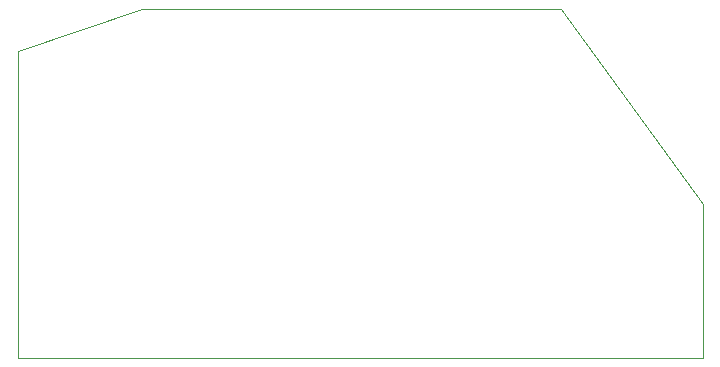
<source format=gbr>
%TF.GenerationSoftware,KiCad,Pcbnew,7.0.10*%
%TF.CreationDate,2024-01-09T12:30:03+01:00*%
%TF.ProjectId,CS_ADD_ON,43535f41-4444-45f4-9f4e-2e6b69636164,rev?*%
%TF.SameCoordinates,Original*%
%TF.FileFunction,Profile,NP*%
%FSLAX46Y46*%
G04 Gerber Fmt 4.6, Leading zero omitted, Abs format (unit mm)*
G04 Created by KiCad (PCBNEW 7.0.10) date 2024-01-09 12:30:03*
%MOMM*%
%LPD*%
G01*
G04 APERTURE LIST*
%TA.AperFunction,Profile*%
%ADD10C,0.100000*%
%TD*%
G04 APERTURE END LIST*
D10*
X157500000Y-112000000D02*
X147000000Y-115500000D01*
X205000000Y-128500000D02*
X193000000Y-112000000D01*
X205000000Y-128500000D02*
X205000000Y-141500000D01*
X193000000Y-112000000D02*
X157500000Y-112000000D01*
X147000000Y-141500000D02*
X147000000Y-115500000D01*
X205000000Y-141500000D02*
X147000000Y-141500000D01*
M02*

</source>
